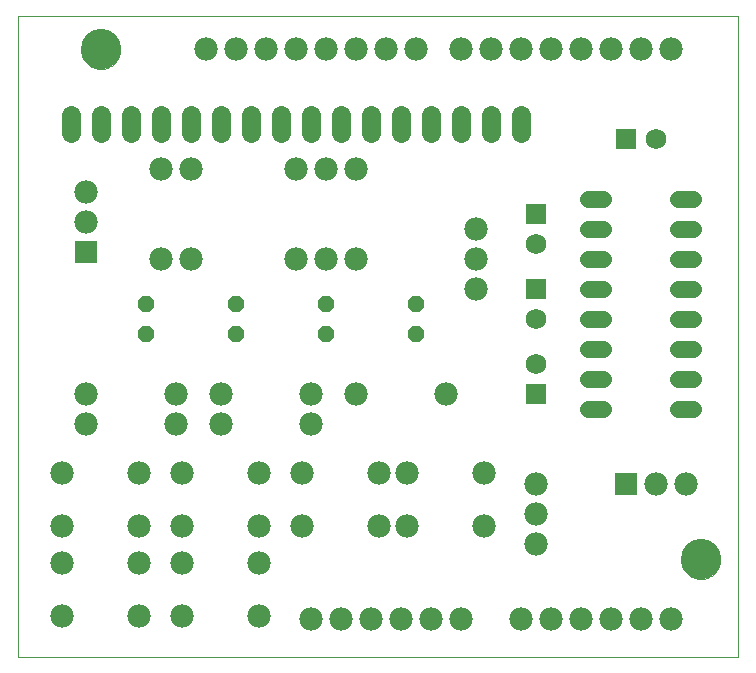
<source format=gts>
G75*
G70*
%OFA0B0*%
%FSLAX24Y24*%
%IPPOS*%
%LPD*%
%AMOC8*
5,1,8,0,0,1.08239X$1,22.5*
%
%ADD10C,0.0000*%
%ADD11C,0.0780*%
%ADD12C,0.1340*%
%ADD13C,0.0640*%
%ADD14C,0.0560*%
%ADD15OC8,0.0560*%
%ADD16R,0.0780X0.0780*%
%ADD17R,0.0690X0.0690*%
%ADD18C,0.0690*%
D10*
X006002Y000100D02*
X006002Y021470D01*
X029994Y021470D01*
X029994Y000100D01*
X006002Y000100D01*
X028102Y003350D02*
X028104Y003400D01*
X028110Y003450D01*
X028120Y003500D01*
X028133Y003548D01*
X028150Y003596D01*
X028171Y003642D01*
X028195Y003686D01*
X028223Y003728D01*
X028254Y003768D01*
X028288Y003805D01*
X028325Y003840D01*
X028364Y003871D01*
X028405Y003900D01*
X028449Y003925D01*
X028495Y003947D01*
X028542Y003965D01*
X028590Y003979D01*
X028639Y003990D01*
X028689Y003997D01*
X028739Y004000D01*
X028790Y003999D01*
X028840Y003994D01*
X028890Y003985D01*
X028938Y003973D01*
X028986Y003956D01*
X029032Y003936D01*
X029077Y003913D01*
X029120Y003886D01*
X029160Y003856D01*
X029198Y003823D01*
X029233Y003787D01*
X029266Y003748D01*
X029295Y003707D01*
X029321Y003664D01*
X029344Y003619D01*
X029363Y003572D01*
X029378Y003524D01*
X029390Y003475D01*
X029398Y003425D01*
X029402Y003375D01*
X029402Y003325D01*
X029398Y003275D01*
X029390Y003225D01*
X029378Y003176D01*
X029363Y003128D01*
X029344Y003081D01*
X029321Y003036D01*
X029295Y002993D01*
X029266Y002952D01*
X029233Y002913D01*
X029198Y002877D01*
X029160Y002844D01*
X029120Y002814D01*
X029077Y002787D01*
X029032Y002764D01*
X028986Y002744D01*
X028938Y002727D01*
X028890Y002715D01*
X028840Y002706D01*
X028790Y002701D01*
X028739Y002700D01*
X028689Y002703D01*
X028639Y002710D01*
X028590Y002721D01*
X028542Y002735D01*
X028495Y002753D01*
X028449Y002775D01*
X028405Y002800D01*
X028364Y002829D01*
X028325Y002860D01*
X028288Y002895D01*
X028254Y002932D01*
X028223Y002972D01*
X028195Y003014D01*
X028171Y003058D01*
X028150Y003104D01*
X028133Y003152D01*
X028120Y003200D01*
X028110Y003250D01*
X028104Y003300D01*
X028102Y003350D01*
X008102Y020350D02*
X008104Y020400D01*
X008110Y020450D01*
X008120Y020500D01*
X008133Y020548D01*
X008150Y020596D01*
X008171Y020642D01*
X008195Y020686D01*
X008223Y020728D01*
X008254Y020768D01*
X008288Y020805D01*
X008325Y020840D01*
X008364Y020871D01*
X008405Y020900D01*
X008449Y020925D01*
X008495Y020947D01*
X008542Y020965D01*
X008590Y020979D01*
X008639Y020990D01*
X008689Y020997D01*
X008739Y021000D01*
X008790Y020999D01*
X008840Y020994D01*
X008890Y020985D01*
X008938Y020973D01*
X008986Y020956D01*
X009032Y020936D01*
X009077Y020913D01*
X009120Y020886D01*
X009160Y020856D01*
X009198Y020823D01*
X009233Y020787D01*
X009266Y020748D01*
X009295Y020707D01*
X009321Y020664D01*
X009344Y020619D01*
X009363Y020572D01*
X009378Y020524D01*
X009390Y020475D01*
X009398Y020425D01*
X009402Y020375D01*
X009402Y020325D01*
X009398Y020275D01*
X009390Y020225D01*
X009378Y020176D01*
X009363Y020128D01*
X009344Y020081D01*
X009321Y020036D01*
X009295Y019993D01*
X009266Y019952D01*
X009233Y019913D01*
X009198Y019877D01*
X009160Y019844D01*
X009120Y019814D01*
X009077Y019787D01*
X009032Y019764D01*
X008986Y019744D01*
X008938Y019727D01*
X008890Y019715D01*
X008840Y019706D01*
X008790Y019701D01*
X008739Y019700D01*
X008689Y019703D01*
X008639Y019710D01*
X008590Y019721D01*
X008542Y019735D01*
X008495Y019753D01*
X008449Y019775D01*
X008405Y019800D01*
X008364Y019829D01*
X008325Y019860D01*
X008288Y019895D01*
X008254Y019932D01*
X008223Y019972D01*
X008195Y020014D01*
X008171Y020058D01*
X008150Y020104D01*
X008133Y020152D01*
X008120Y020200D01*
X008110Y020250D01*
X008104Y020300D01*
X008102Y020350D01*
D11*
X012252Y020350D03*
X013252Y020350D03*
X014252Y020350D03*
X015252Y020350D03*
X016252Y020350D03*
X017252Y020350D03*
X018252Y020350D03*
X019252Y020350D03*
X020752Y020350D03*
X021752Y020350D03*
X022752Y020350D03*
X023752Y020350D03*
X024752Y020350D03*
X025752Y020350D03*
X026752Y020350D03*
X027752Y020350D03*
X021252Y014350D03*
X021252Y013350D03*
X021252Y012350D03*
X017252Y013350D03*
X016252Y013350D03*
X015252Y013350D03*
X011752Y013350D03*
X010752Y013350D03*
X008252Y014600D03*
X008252Y015600D03*
X010752Y016350D03*
X011752Y016350D03*
X015252Y016350D03*
X016252Y016350D03*
X017252Y016350D03*
X017252Y008850D03*
X015752Y008850D03*
X015752Y007850D03*
X015472Y006240D03*
X014032Y006240D03*
X012752Y007850D03*
X012752Y008850D03*
X011252Y008850D03*
X011252Y007850D03*
X011472Y006240D03*
X010032Y006240D03*
X008252Y007850D03*
X008252Y008850D03*
X007472Y006240D03*
X007472Y004460D03*
X007472Y003240D03*
X007472Y001460D03*
X010032Y001460D03*
X011472Y001460D03*
X011472Y003240D03*
X010032Y003240D03*
X010032Y004460D03*
X011472Y004460D03*
X014032Y004460D03*
X015472Y004460D03*
X014032Y003240D03*
X014032Y001460D03*
X015752Y001350D03*
X016752Y001350D03*
X017752Y001350D03*
X018752Y001350D03*
X019752Y001350D03*
X020752Y001350D03*
X022752Y001350D03*
X023752Y001350D03*
X024752Y001350D03*
X025752Y001350D03*
X026752Y001350D03*
X027752Y001350D03*
X023252Y003850D03*
X023252Y004850D03*
X023252Y005850D03*
X021532Y006240D03*
X021532Y004460D03*
X018972Y004460D03*
X018032Y004460D03*
X018032Y006240D03*
X018972Y006240D03*
X020252Y008850D03*
X027252Y005850D03*
X028252Y005850D03*
D12*
X028752Y003350D03*
X008752Y020350D03*
D13*
X008752Y018150D02*
X008752Y017550D01*
X009752Y017550D02*
X009752Y018150D01*
X010752Y018150D02*
X010752Y017550D01*
X011752Y017550D02*
X011752Y018150D01*
X012752Y018150D02*
X012752Y017550D01*
X013752Y017550D02*
X013752Y018150D01*
X014752Y018150D02*
X014752Y017550D01*
X015752Y017550D02*
X015752Y018150D01*
X016752Y018150D02*
X016752Y017550D01*
X017752Y017550D02*
X017752Y018150D01*
X018752Y018150D02*
X018752Y017550D01*
X019752Y017550D02*
X019752Y018150D01*
X020752Y018150D02*
X020752Y017550D01*
X021752Y017550D02*
X021752Y018150D01*
X022752Y018150D02*
X022752Y017550D01*
X007752Y017550D02*
X007752Y018150D01*
D14*
X024992Y015350D02*
X025512Y015350D01*
X025512Y014350D02*
X024992Y014350D01*
X024992Y013350D02*
X025512Y013350D01*
X025512Y012350D02*
X024992Y012350D01*
X024992Y011350D02*
X025512Y011350D01*
X025512Y010350D02*
X024992Y010350D01*
X024992Y009350D02*
X025512Y009350D01*
X025512Y008350D02*
X024992Y008350D01*
X027992Y008350D02*
X028512Y008350D01*
X028512Y009350D02*
X027992Y009350D01*
X027992Y010350D02*
X028512Y010350D01*
X028512Y011350D02*
X027992Y011350D01*
X027992Y012350D02*
X028512Y012350D01*
X028512Y013350D02*
X027992Y013350D01*
X027992Y014350D02*
X028512Y014350D01*
X028512Y015350D02*
X027992Y015350D01*
D15*
X019252Y011850D03*
X019252Y010850D03*
X016252Y010850D03*
X016252Y011850D03*
X013252Y011850D03*
X013252Y010850D03*
X010252Y010850D03*
X010252Y011850D03*
D16*
X008252Y013600D03*
X026252Y005850D03*
D17*
X023252Y008850D03*
X023252Y012350D03*
X023252Y014850D03*
X026252Y017350D03*
D18*
X027252Y017350D03*
X023252Y013850D03*
X023252Y011350D03*
X023252Y009850D03*
M02*

</source>
